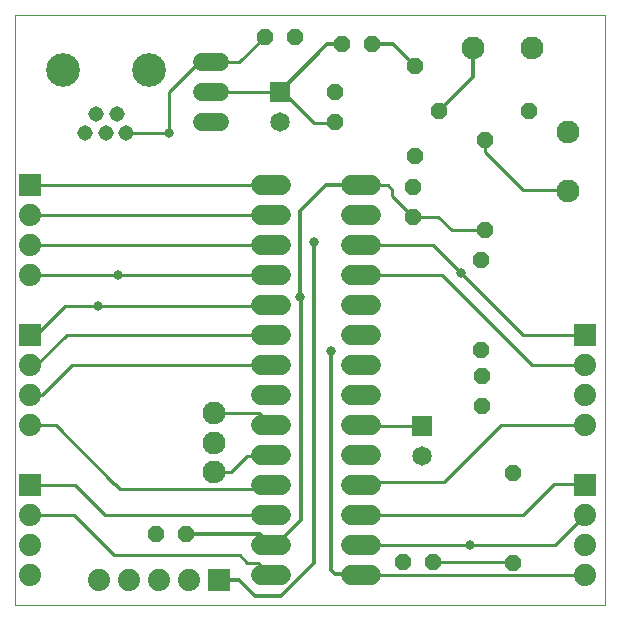
<source format=gtl>
G75*
G70*
%OFA0B0*%
%FSLAX24Y24*%
%IPPOS*%
%LPD*%
%AMOC8*
5,1,8,0,0,1.08239X$1,22.5*
%
%ADD10C,0.0000*%
%ADD11R,0.0740X0.0740*%
%ADD12C,0.0740*%
%ADD13C,0.0650*%
%ADD14C,0.0515*%
%ADD15C,0.1122*%
%ADD16C,0.0600*%
%ADD17R,0.0650X0.0650*%
%ADD18C,0.0650*%
%ADD19OC8,0.0520*%
%ADD20C,0.0760*%
%ADD21C,0.0100*%
%ADD22C,0.0120*%
%ADD23C,0.0317*%
D10*
X000151Y000101D02*
X000151Y019786D01*
X019836Y019786D01*
X019836Y000101D01*
X000151Y000101D01*
D11*
X000651Y004101D03*
X006950Y000947D03*
X019151Y004101D03*
X019151Y009101D03*
X000651Y009101D03*
X000651Y014101D03*
D12*
X000651Y013101D03*
X000651Y012101D03*
X000651Y011101D03*
X000651Y008101D03*
X000651Y007101D03*
X000651Y006101D03*
X000651Y003101D03*
X000651Y002101D03*
X000651Y001101D03*
X002950Y000947D03*
X003950Y000947D03*
X004950Y000947D03*
X005950Y000947D03*
X019151Y001101D03*
X019151Y002101D03*
X019151Y003101D03*
X019151Y006101D03*
X019151Y007101D03*
X019151Y008101D03*
D13*
X012015Y008101D02*
X011366Y008101D01*
X011366Y009101D02*
X012015Y009101D01*
X012015Y010101D02*
X011366Y010101D01*
X011366Y011101D02*
X012015Y011101D01*
X012015Y012101D02*
X011366Y012101D01*
X011366Y013101D02*
X012015Y013101D01*
X012015Y014101D02*
X011366Y014101D01*
X009015Y014101D02*
X008366Y014101D01*
X008366Y013101D02*
X009015Y013101D01*
X009015Y012101D02*
X008366Y012101D01*
X008366Y011101D02*
X009015Y011101D01*
X009015Y010101D02*
X008366Y010101D01*
X008366Y009101D02*
X009015Y009101D01*
X009015Y008101D02*
X008366Y008101D01*
X008366Y007101D02*
X009015Y007101D01*
X009015Y006101D02*
X008366Y006101D01*
X008366Y005101D02*
X009015Y005101D01*
X009015Y004101D02*
X008366Y004101D01*
X008366Y003101D02*
X009015Y003101D01*
X009015Y002101D02*
X008366Y002101D01*
X008366Y001101D02*
X009015Y001101D01*
X011366Y001101D02*
X012015Y001101D01*
X012015Y002101D02*
X011366Y002101D01*
X011366Y003101D02*
X012015Y003101D01*
X012015Y004101D02*
X011366Y004101D01*
X011366Y005101D02*
X012015Y005101D01*
X012015Y006101D02*
X011366Y006101D01*
X011366Y007101D02*
X012015Y007101D01*
D14*
X003861Y015843D03*
X003191Y015843D03*
X002491Y015843D03*
X002861Y016463D03*
X003551Y016463D03*
D15*
X004628Y017943D03*
X001754Y017943D03*
D16*
X006387Y018195D02*
X006987Y018195D01*
X006987Y017195D02*
X006387Y017195D01*
X006387Y016195D02*
X006987Y016195D01*
D17*
X008978Y017207D03*
X013730Y006073D03*
D18*
X013730Y005073D03*
X008978Y016207D03*
D19*
X010817Y016195D03*
X010817Y017195D03*
X011053Y018802D03*
X012053Y018802D03*
X013498Y018077D03*
X014297Y016577D03*
X015832Y015617D03*
X017297Y016577D03*
X013498Y015077D03*
X013435Y014046D03*
X013435Y013046D03*
X015691Y011613D03*
X015832Y012617D03*
X015691Y008613D03*
X015710Y007735D03*
X015710Y006735D03*
X016754Y004494D03*
X016754Y001494D03*
X014108Y001526D03*
X013108Y001526D03*
X005852Y002461D03*
X004852Y002461D03*
X008486Y019057D03*
X009486Y019057D03*
D20*
X015423Y018676D03*
X017391Y018676D03*
X018584Y015884D03*
X018584Y013916D03*
X006801Y006502D03*
X006801Y005518D03*
X006801Y004534D03*
D21*
X007354Y004534D01*
X007906Y005086D01*
X008676Y005086D01*
X008691Y005101D01*
X008655Y004137D02*
X008691Y004101D01*
X008549Y003959D01*
X003655Y003959D01*
X003478Y004137D01*
X003475Y004137D01*
X001511Y006101D01*
X000651Y006101D01*
X000651Y007101D02*
X001058Y007101D01*
X002050Y008093D01*
X008683Y008093D01*
X008691Y008101D01*
X008691Y009101D02*
X008669Y009122D01*
X001892Y009122D01*
X000871Y008101D01*
X000651Y008101D01*
X000651Y009101D02*
X000842Y009101D01*
X001813Y010072D01*
X002921Y010072D01*
X008661Y010072D01*
X008691Y010101D01*
X008691Y011101D02*
X000651Y011101D01*
X000651Y012101D02*
X008691Y012101D01*
X008691Y013101D02*
X000651Y013101D01*
X000651Y014101D02*
X008691Y014101D01*
X011691Y014101D02*
X012582Y014101D01*
X012733Y013949D01*
X012733Y013747D01*
X013435Y013046D01*
X014270Y013046D01*
X014712Y012604D01*
X015820Y012604D01*
X015832Y012617D01*
X015028Y011180D02*
X014107Y012101D01*
X011691Y012101D01*
X011691Y011101D02*
X014395Y011101D01*
X017402Y008093D01*
X019144Y008093D01*
X019151Y008101D01*
X019151Y009101D02*
X019130Y009122D01*
X017086Y009122D01*
X015028Y011180D01*
X018551Y013949D02*
X018584Y013916D01*
X018551Y013949D02*
X017086Y013949D01*
X015832Y015203D01*
X015832Y015617D01*
X010817Y016195D02*
X010786Y016165D01*
X010122Y016165D01*
X009080Y017207D01*
X008978Y017207D01*
X008966Y017195D01*
X006687Y017195D01*
X006687Y018195D02*
X006296Y018195D01*
X005295Y017194D01*
X005295Y015848D01*
X003866Y015848D01*
X003861Y015843D01*
X006687Y018195D02*
X007624Y018195D01*
X008486Y019057D01*
X008289Y006502D02*
X006801Y006502D01*
X008289Y006502D02*
X008691Y006101D01*
X011691Y006101D02*
X011718Y006073D01*
X013730Y006073D01*
X014474Y004216D02*
X011806Y004216D01*
X011691Y004101D01*
X011691Y003101D02*
X017079Y003101D01*
X018115Y004137D01*
X019115Y004137D01*
X019151Y004101D01*
X019151Y003101D02*
X018151Y002101D01*
X011691Y002101D01*
X011691Y001101D02*
X019151Y001101D01*
X016754Y001494D02*
X016722Y001526D01*
X014108Y001526D01*
X014474Y004216D02*
X016359Y006101D01*
X019151Y006101D01*
X008691Y003101D02*
X008683Y003108D01*
X003158Y003108D01*
X002165Y004101D01*
X000651Y004101D01*
X000651Y003101D02*
X002137Y003101D01*
X003475Y001763D01*
X007669Y001763D01*
X007906Y001525D01*
X008266Y001525D01*
X008691Y001101D01*
D22*
X009041Y000417D02*
X008144Y000417D01*
X007614Y000947D01*
X006950Y000947D01*
X008330Y002461D02*
X008691Y002101D01*
X008844Y002101D01*
X009679Y002935D01*
X009679Y010357D01*
X009647Y010388D01*
X009647Y013237D01*
X010511Y014101D01*
X011691Y014101D01*
X010122Y012208D02*
X010122Y012208D01*
X010122Y001498D01*
X009041Y000417D01*
X010676Y001288D02*
X010834Y001130D01*
X011662Y001130D01*
X011691Y001101D01*
X010676Y001288D02*
X010676Y008568D01*
X008330Y002461D02*
X005852Y002461D01*
X014297Y016577D02*
X015423Y017703D01*
X015423Y018676D01*
X013498Y018077D02*
X012773Y018802D01*
X012053Y018802D01*
X011053Y018802D02*
X010572Y018802D01*
X008978Y017207D01*
D23*
X005295Y015848D03*
X010122Y012208D03*
X009647Y010388D03*
X010676Y008568D03*
X015028Y011180D03*
X003606Y011095D03*
X002921Y010072D03*
X015309Y002109D03*
M02*

</source>
